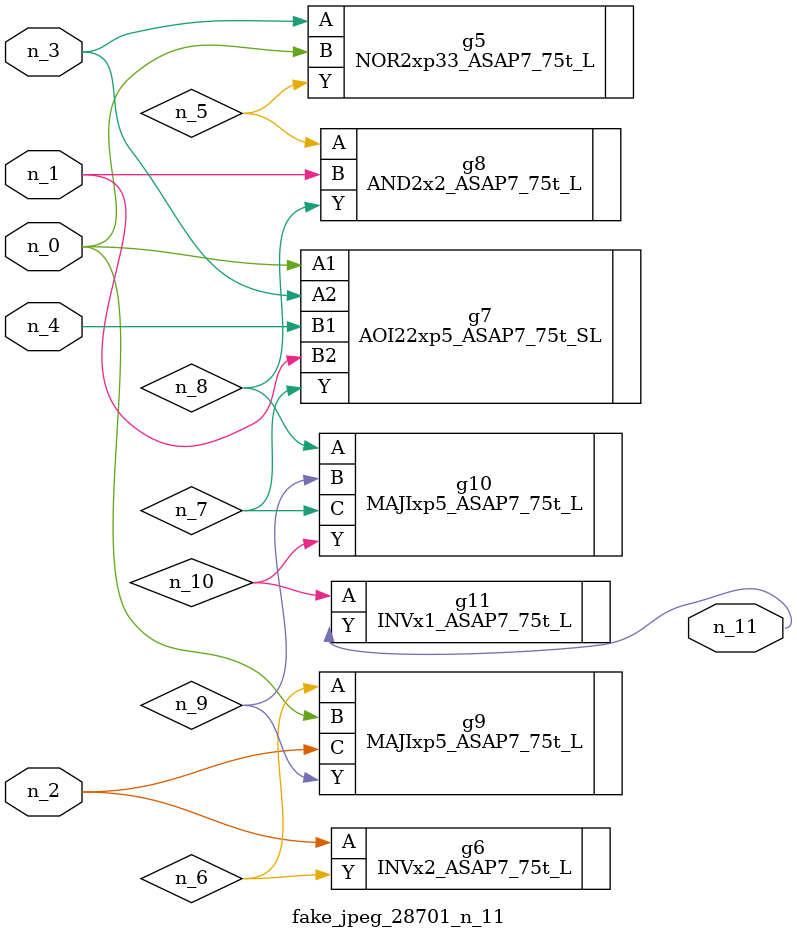
<source format=v>
module fake_jpeg_28701_n_11 (n_3, n_2, n_1, n_0, n_4, n_11);

input n_3;
input n_2;
input n_1;
input n_0;
input n_4;

output n_11;

wire n_10;
wire n_8;
wire n_9;
wire n_6;
wire n_5;
wire n_7;

NOR2xp33_ASAP7_75t_L g5 ( 
.A(n_3),
.B(n_0),
.Y(n_5)
);

INVx2_ASAP7_75t_L g6 ( 
.A(n_2),
.Y(n_6)
);

AOI22xp5_ASAP7_75t_SL g7 ( 
.A1(n_0),
.A2(n_3),
.B1(n_4),
.B2(n_1),
.Y(n_7)
);

AND2x2_ASAP7_75t_L g8 ( 
.A(n_5),
.B(n_1),
.Y(n_8)
);

MAJIxp5_ASAP7_75t_L g10 ( 
.A(n_8),
.B(n_9),
.C(n_7),
.Y(n_10)
);

MAJIxp5_ASAP7_75t_L g9 ( 
.A(n_6),
.B(n_0),
.C(n_2),
.Y(n_9)
);

INVx1_ASAP7_75t_L g11 ( 
.A(n_10),
.Y(n_11)
);


endmodule
</source>
